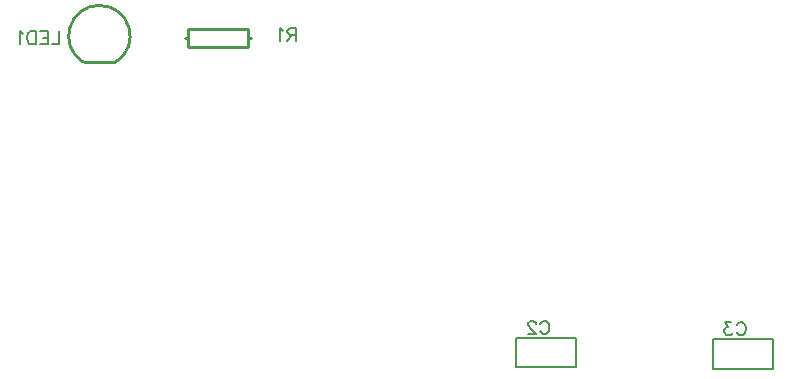
<source format=gbo>
G04 Layer: BottomSilkscreenLayer*
G04 EasyEDA v6.5.5, 2022-06-30 12:06:16*
G04 14c6360a081142a8b98b93fd51069ae2,59b13081229d43bfb627b6405b151bcb,10*
G04 Gerber Generator version 0.2*
G04 Scale: 100 percent, Rotated: No, Reflected: No *
G04 Dimensions in millimeters *
G04 leading zeros omitted , absolute positions ,4 integer and 5 decimal *
%FSLAX45Y45*%
%MOMM*%

%ADD10C,0.2540*%
%ADD12C,0.2032*%
%ADD22C,0.1524*%

%LPD*%
D22*
X5662422Y6960108D02*
G01*
X5667756Y6970521D01*
X5678170Y6980936D01*
X5688329Y6986015D01*
X5709158Y6986015D01*
X5719572Y6980936D01*
X5729986Y6970521D01*
X5735320Y6960108D01*
X5740400Y6944360D01*
X5740400Y6918452D01*
X5735320Y6902958D01*
X5729986Y6892544D01*
X5719572Y6882129D01*
X5709158Y6877050D01*
X5688329Y6877050D01*
X5678170Y6882129D01*
X5667756Y6892544D01*
X5662422Y6902958D01*
X5623052Y6960108D02*
G01*
X5623052Y6965187D01*
X5617718Y6975602D01*
X5612638Y6980936D01*
X5602224Y6986015D01*
X5581395Y6986015D01*
X5570981Y6980936D01*
X5565902Y6975602D01*
X5560568Y6965187D01*
X5560568Y6954773D01*
X5565902Y6944360D01*
X5576315Y6928865D01*
X5628131Y6877050D01*
X5555488Y6877050D01*
X7326122Y6947408D02*
G01*
X7331456Y6957821D01*
X7341870Y6968236D01*
X7352029Y6973315D01*
X7372858Y6973315D01*
X7383272Y6968236D01*
X7393686Y6957821D01*
X7399020Y6947408D01*
X7404100Y6931660D01*
X7404100Y6905752D01*
X7399020Y6890258D01*
X7393686Y6879844D01*
X7383272Y6869429D01*
X7372858Y6864350D01*
X7352029Y6864350D01*
X7341870Y6869429D01*
X7331456Y6879844D01*
X7326122Y6890258D01*
X7281418Y6973315D02*
G01*
X7224268Y6973315D01*
X7255509Y6931660D01*
X7240015Y6931660D01*
X7229602Y6926579D01*
X7224268Y6921500D01*
X7219188Y6905752D01*
X7219188Y6895337D01*
X7224268Y6879844D01*
X7234681Y6869429D01*
X7250429Y6864350D01*
X7265924Y6864350D01*
X7281418Y6869429D01*
X7286752Y6874510D01*
X7291831Y6884923D01*
X1587500Y9437115D02*
G01*
X1587500Y9328150D01*
X1587500Y9328150D02*
G01*
X1525270Y9328150D01*
X1490979Y9437115D02*
G01*
X1490979Y9328150D01*
X1490979Y9437115D02*
G01*
X1423415Y9437115D01*
X1490979Y9385300D02*
G01*
X1449323Y9385300D01*
X1490979Y9328150D02*
G01*
X1423415Y9328150D01*
X1389126Y9437115D02*
G01*
X1389126Y9328150D01*
X1389126Y9437115D02*
G01*
X1352550Y9437115D01*
X1337055Y9432036D01*
X1326642Y9421621D01*
X1321562Y9411208D01*
X1316228Y9395460D01*
X1316228Y9369552D01*
X1321562Y9354058D01*
X1326642Y9343644D01*
X1337055Y9333229D01*
X1352550Y9328150D01*
X1389126Y9328150D01*
X1281937Y9416287D02*
G01*
X1271523Y9421621D01*
X1256029Y9437115D01*
X1256029Y9328150D01*
X3594100Y9462515D02*
G01*
X3594100Y9353550D01*
X3594100Y9462515D02*
G01*
X3547363Y9462515D01*
X3531870Y9457436D01*
X3526536Y9452102D01*
X3521456Y9441687D01*
X3521456Y9431274D01*
X3526536Y9420860D01*
X3531870Y9415779D01*
X3547363Y9410700D01*
X3594100Y9410700D01*
X3557777Y9410700D02*
G01*
X3521456Y9353550D01*
X3487165Y9441687D02*
G01*
X3476752Y9447021D01*
X3461004Y9462515D01*
X3461004Y9353550D01*
D12*
X5461000Y6845300D02*
G01*
X5461000Y6593839D01*
X5969000Y6593839D01*
X5969000Y6845300D01*
X5461000Y6845300D01*
X7124700Y6832600D02*
G01*
X7124700Y6581139D01*
X7632700Y6581139D01*
X7632700Y6832600D01*
X7124700Y6832600D01*
D10*
X2060399Y9175003D02*
G01*
X1800400Y9175003D01*
X3187700Y9385300D02*
G01*
X3213100Y9385300D01*
X2679700Y9385300D02*
G01*
X2654300Y9385300D01*
X3187700Y9385300D02*
G01*
X3187700Y9461500D01*
X3187700Y9309100D02*
G01*
X3187700Y9385300D01*
X2679700Y9309100D02*
G01*
X3187700Y9309100D01*
X2679700Y9385300D02*
G01*
X2679700Y9309100D01*
X2679700Y9461500D02*
G01*
X2679700Y9385300D01*
X3187700Y9461500D02*
G01*
X2679700Y9461500D01*
G75*
G01*
X1792224Y9177833D02*
G02*
X2068576Y9177833I138176J220244D01*
M02*

</source>
